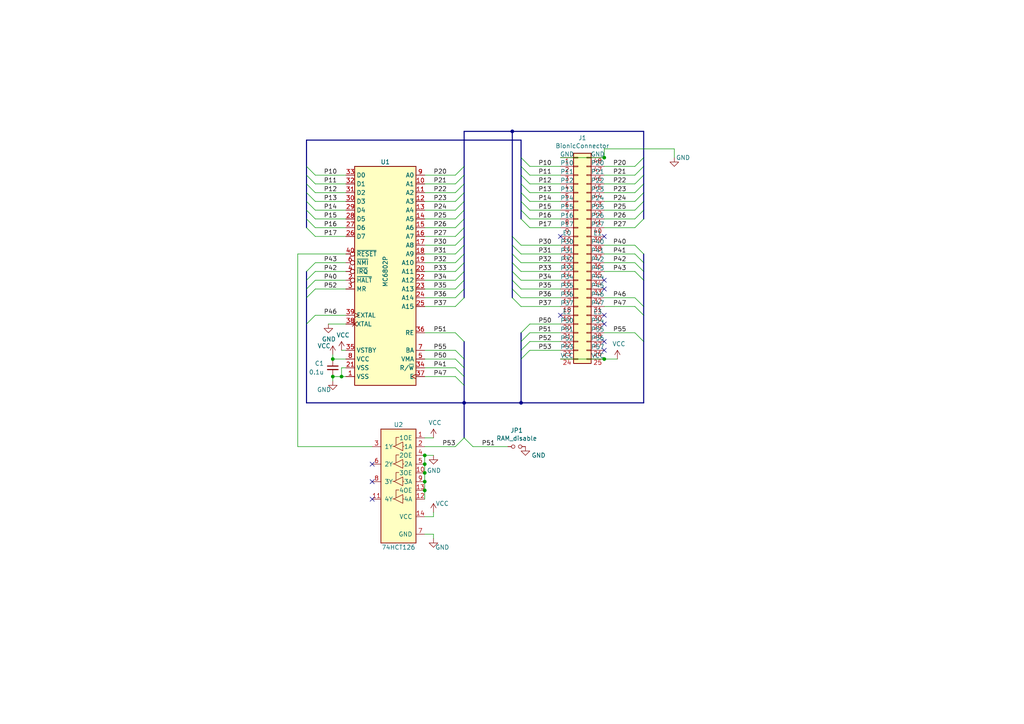
<source format=kicad_sch>
(kicad_sch (version 20211123) (generator eeschema)
  (paper "A4")
  (title_block (title "BionicMC6802 Mezzanine") (date "2022-01-18") (rev "2") (company "Tadashi G. Takaoka"))
  (lib_symbols
    (symbol "0-LocalLibrary:74HCT126" (pin_names (offset 1.016))
      (property "Reference" "U" (at 0 16.51 0))
      (property "Value" "74HCT126" (at 0 -19.05 0))
      (symbol "74HCT126_0_1"
        (polyline (pts (xy -1.2954 10.2108) (xy -1.6002 10.2108)))
        (polyline (pts (xy 1.2954 10.2362) (xy 1.651 10.2362)))
        (polyline (pts (xy 0.7112 10.5664) (xy 0.7112 12.827) (xy -0.127 12.827) (xy -0.1016 12.827)))
      )
      (symbol "74HCT126_1_0"
        (polyline (pts (xy 1.27 10.2362) (xy -1.27 11.5062) (xy -1.27 8.9662) (xy 1.27 10.2362)) (stroke (width 0.1524)))
        (pin input line (at -7.62 12.7 0) (length 2.54) (name "1OE") (number "1"))
        (pin input line (at -7.62 2.54 0) (length 2.54) (name "3OE") (number "10"))
        (pin tri_state line (at 7.62 -5.08 180) (length 2.54) (name "4Y") (number "11"))
        (pin input line (at -7.62 -5.08 0) (length 2.54) (name "4A") (number "12"))
        (pin input line (at -7.62 -2.54 0) (length 2.54) (name "4OE") (number "13"))
        (pin power_in line (at -7.62 -10.16 0) (length 2.54) (name "VCC") (number "14"))
        (pin input line (at -7.62 10.16 0) (length 2.54) (name "1A") (number "2"))
        (pin tri_state line (at 7.62 10.16 180) (length 2.54) (name "1Y") (number "3"))
        (pin input line (at -7.62 7.62 0) (length 2.54) (name "2OE") (number "4"))
        (pin input line (at -7.62 5.08 0) (length 2.54) (name "2A") (number "5"))
        (pin tri_state line (at 7.62 5.08 180) (length 2.54) (name "2Y") (number "6"))
        (pin power_in line (at -7.62 -15.24 0) (length 2.54) (name "GND") (number "7"))
        (pin tri_state line (at 7.62 0 180) (length 2.54) (name "3Y") (number "8"))
        (pin input line (at -7.62 0 0) (length 2.54) (name "3A") (number "9"))
      )
      (symbol "74HCT126_1_1"
        (rectangle (start -5.08 15.24) (end 5.08 -17.78) (stroke (width 0.254)) (fill (type background)))
        (polyline (pts (xy -1.2954 -5.0292) (xy -1.6002 -5.0292)))
        (polyline (pts (xy -1.2954 0.0508) (xy -1.6002 0.0508)))
        (polyline (pts (xy -1.2954 5.1308) (xy -1.6002 5.1308)))
        (polyline (pts (xy 1.2954 -5.0038) (xy 1.651 -5.0038)))
        (polyline (pts (xy 1.2954 0.0762) (xy 1.651 0.0762)))
        (polyline (pts (xy 1.2954 5.1562) (xy 1.651 5.1562)))
        (polyline (pts (xy 0.7112 -4.6736) (xy 0.7112 -2.413) (xy -0.127 -2.413) (xy -0.1016 -2.413)))
        (polyline (pts (xy 0.7112 0.4064) (xy 0.7112 2.667) (xy -0.127 2.667) (xy -0.1016 2.667)))
        (polyline (pts (xy 0.7112 5.4864) (xy 0.7112 7.747) (xy -0.127 7.747) (xy -0.1016 7.747)))
        (polyline (pts (xy 1.27 -5.0038) (xy -1.27 -3.7338) (xy -1.27 -6.2738) (xy 1.27 -5.0038)) (stroke (width 0.1524)))
        (polyline (pts (xy 1.27 0.0762) (xy -1.27 1.3462) (xy -1.27 -1.1938) (xy 1.27 0.0762)) (stroke (width 0.1524)))
        (polyline (pts (xy 1.27 5.1562) (xy -1.27 6.4262) (xy -1.27 3.8862) (xy 1.27 5.1562)) (stroke (width 0.1524)))
      )
    )
    (symbol "0-LocalLibrary:BionicConnector" (pin_names (offset 0))
      (property "Reference" "J" (at 1.27 30.48 0))
      (property "Value" "BionicConnector" (at 3.81 33.02 0))
      (symbol "BionicConnector_1_1"
        (rectangle (start -1.27 -30.353) (end 0 -30.607) (stroke (width 0.1524)))
        (rectangle (start -1.27 -27.813) (end 0 -28.067) (stroke (width 0.1524)))
        (rectangle (start -1.27 -25.273) (end 0 -25.527) (stroke (width 0.1524)))
        (rectangle (start -1.27 -22.733) (end 0 -22.987) (stroke (width 0.1524)))
        (rectangle (start -1.27 -20.193) (end 0 -20.447) (stroke (width 0.1524)))
        (rectangle (start -1.27 -17.653) (end 0 -17.907) (stroke (width 0.1524)))
        (rectangle (start -1.27 -15.113) (end 0 -15.367) (stroke (width 0.1524)))
        (rectangle (start -1.27 -12.573) (end 0 -12.827) (stroke (width 0.1524)))
        (rectangle (start -1.27 -10.033) (end 0 -10.287) (stroke (width 0.1524)))
        (rectangle (start -1.27 -7.493) (end 0 -7.747) (stroke (width 0.1524)))
        (rectangle (start -1.27 -4.953) (end 0 -5.207) (stroke (width 0.1524)))
        (rectangle (start -1.27 -2.413) (end 0 -2.667) (stroke (width 0.1524)))
        (rectangle (start -1.27 0.127) (end 0 -0.127) (stroke (width 0.1524)))
        (rectangle (start -1.27 2.667) (end 0 2.413) (stroke (width 0.1524)))
        (rectangle (start -1.27 5.207) (end 0 4.953) (stroke (width 0.1524)))
        (rectangle (start -1.27 7.747) (end 0 7.493) (stroke (width 0.1524)))
        (rectangle (start -1.27 10.287) (end 0 10.033) (stroke (width 0.1524)))
        (rectangle (start -1.27 12.827) (end 0 12.573) (stroke (width 0.1524)))
        (rectangle (start -1.27 15.367) (end 0 15.113) (stroke (width 0.1524)))
        (rectangle (start -1.27 17.907) (end 0 17.653) (stroke (width 0.1524)))
        (rectangle (start -1.27 20.447) (end 0 20.193) (stroke (width 0.1524)))
        (rectangle (start -1.27 22.987) (end 0 22.733) (stroke (width 0.1524)))
        (rectangle (start -1.27 25.527) (end 0 25.273) (stroke (width 0.1524)))
        (rectangle (start -1.27 28.067) (end 0 27.813) (stroke (width 0.1524)))
        (rectangle (start -1.27 29.21) (end 3.81 -31.75) (stroke (width 0.254)) (fill (type background)))
        (rectangle (start 3.81 -30.353) (end 2.54 -30.607) (stroke (width 0.1524)))
        (rectangle (start 3.81 -27.813) (end 2.54 -28.067) (stroke (width 0.1524)))
        (rectangle (start 3.81 -25.273) (end 2.54 -25.527) (stroke (width 0.1524)))
        (rectangle (start 3.81 -22.733) (end 2.54 -22.987) (stroke (width 0.1524)))
        (rectangle (start 3.81 -20.193) (end 2.54 -20.447) (stroke (width 0.1524)))
        (rectangle (start 3.81 -17.653) (end 2.54 -17.907) (stroke (width 0.1524)))
        (rectangle (start 3.81 -15.113) (end 2.54 -15.367) (stroke (width 0.1524)))
        (rectangle (start 3.81 -12.573) (end 2.54 -12.827) (stroke (width 0.1524)))
        (rectangle (start 3.81 -10.033) (end 2.54 -10.287) (stroke (width 0.1524)))
        (rectangle (start 3.81 -7.493) (end 2.54 -7.747) (stroke (width 0.1524)))
        (rectangle (start 3.81 -4.953) (end 2.54 -5.207) (stroke (width 0.1524)))
        (rectangle (start 3.81 -2.413) (end 2.54 -2.667) (stroke (width 0.1524)))
        (rectangle (start 3.81 0.127) (end 2.54 -0.127) (stroke (width 0.1524)))
        (rectangle (start 3.81 2.667) (end 2.54 2.413) (stroke (width 0.1524)))
        (rectangle (start 3.81 5.207) (end 2.54 4.953) (stroke (width 0.1524)))
        (rectangle (start 3.81 7.747) (end 2.54 7.493) (stroke (width 0.1524)))
        (rectangle (start 3.81 10.287) (end 2.54 10.033) (stroke (width 0.1524)))
        (rectangle (start 3.81 12.827) (end 2.54 12.573) (stroke (width 0.1524)))
        (rectangle (start 3.81 15.367) (end 2.54 15.113) (stroke (width 0.1524)))
        (rectangle (start 3.81 17.907) (end 2.54 17.653) (stroke (width 0.1524)))
        (rectangle (start 3.81 20.447) (end 2.54 20.193) (stroke (width 0.1524)))
        (rectangle (start 3.81 22.987) (end 2.54 22.733) (stroke (width 0.1524)))
        (rectangle (start 3.81 25.527) (end 2.54 25.273) (stroke (width 0.1524)))
        (rectangle (start 3.81 28.067) (end 2.54 27.813) (stroke (width 0.1524)))
        (pin power_out line (at -5.08 27.94 0) (length 3.81) (name "GND") (number "1"))
        (pin bidirectional line (at -5.08 5.08 0) (length 3.81) (name "E0") (number "10"))
        (pin bidirectional line (at -5.08 2.54 0) (length 3.81) (name "P30") (number "11"))
        (pin bidirectional line (at -5.08 0 0) (length 3.81) (name "P31") (number "12"))
        (pin bidirectional line (at -5.08 -2.54 0) (length 3.81) (name "P32") (number "13"))
        (pin bidirectional line (at -5.08 -5.08 0) (length 3.81) (name "P33") (number "14"))
        (pin bidirectional line (at -5.08 -7.62 0) (length 3.81) (name "P34") (number "15"))
        (pin bidirectional line (at -5.08 -10.16 0) (length 3.81) (name "P35") (number "16"))
        (pin bidirectional line (at -5.08 -12.7 0) (length 3.81) (name "P36") (number "17"))
        (pin bidirectional line (at -5.08 -15.24 0) (length 3.81) (name "P37") (number "18"))
        (pin bidirectional line (at -5.08 -17.78 0) (length 3.81) (name "E2") (number "19"))
        (pin bidirectional line (at -5.08 25.4 0) (length 3.81) (name "P10") (number "2"))
        (pin bidirectional line (at -5.08 -20.32 0) (length 3.81) (name "P50") (number "20"))
        (pin bidirectional line (at -5.08 -22.86 0) (length 3.81) (name "P51") (number "21"))
        (pin bidirectional line (at -5.08 -25.4 0) (length 3.81) (name "P52") (number "22"))
        (pin bidirectional line (at -5.08 -27.94 0) (length 3.81) (name "P53") (number "23"))
        (pin power_out line (at -5.08 -30.48 0) (length 3.81) (name "VCC") (number "24"))
        (pin power_in line (at 7.62 -30.48 180) (length 3.81) (name "VCC") (number "25"))
        (pin bidirectional line (at 7.62 -27.94 180) (length 3.81) (name "P57") (number "26"))
        (pin bidirectional line (at 7.62 -25.4 180) (length 3.81) (name "P56") (number "27"))
        (pin bidirectional line (at 7.62 -22.86 180) (length 3.81) (name "P55") (number "28"))
        (pin bidirectional line (at 7.62 -20.32 180) (length 3.81) (name "P54") (number "29"))
        (pin bidirectional line (at -5.08 22.86 0) (length 3.81) (name "P11") (number "3"))
        (pin bidirectional line (at 7.62 -17.78 180) (length 3.81) (name "E3") (number "30"))
        (pin bidirectional line (at 7.62 -15.24 180) (length 3.81) (name "P47") (number "31"))
        (pin bidirectional line (at 7.62 -12.7 180) (length 3.81) (name "P46") (number "32"))
        (pin bidirectional line (at 7.62 -10.16 180) (length 3.81) (name "P45") (number "33"))
        (pin bidirectional line (at 7.62 -7.62 180) (length 3.81) (name "P44") (number "34"))
        (pin bidirectional line (at 7.62 -5.08 180) (length 3.81) (name "P43") (number "35"))
        (pin bidirectional line (at 7.62 -2.54 180) (length 3.81) (name "P42") (number "36"))
        (pin bidirectional line (at 7.62 0 180) (length 3.81) (name "P41") (number "37"))
        (pin bidirectional line (at 7.62 2.54 180) (length 3.81) (name "P40") (number "38"))
        (pin bidirectional line (at 7.62 5.08 180) (length 3.81) (name "E1") (number "39"))
        (pin bidirectional line (at -5.08 20.32 0) (length 3.81) (name "P12") (number "4"))
        (pin bidirectional line (at 7.62 7.62 180) (length 3.81) (name "P27") (number "40"))
        (pin bidirectional line (at 7.62 10.16 180) (length 3.81) (name "P26") (number "41"))
        (pin bidirectional line (at 7.62 12.7 180) (length 3.81) (name "P25") (number "42"))
        (pin bidirectional line (at 7.62 15.24 180) (length 3.81) (name "P24") (number "43"))
        (pin bidirectional line (at 7.62 17.78 180) (length 3.81) (name "P23") (number "44"))
        (pin bidirectional line (at 7.62 20.32 180) (length 3.81) (name "P22") (number "45"))
        (pin bidirectional line (at 7.62 22.86 180) (length 3.81) (name "P21") (number "46"))
        (pin bidirectional line (at 7.62 25.4 180) (length 3.81) (name "P20") (number "47"))
        (pin power_in line (at 7.62 27.94 180) (length 3.81) (name "GND") (number "48"))
        (pin bidirectional line (at -5.08 17.78 0) (length 3.81) (name "P13") (number "5"))
        (pin bidirectional line (at -5.08 15.24 0) (length 3.81) (name "P14") (number "6"))
        (pin bidirectional line (at -5.08 12.7 0) (length 3.81) (name "P15") (number "7"))
        (pin bidirectional line (at -5.08 10.16 0) (length 3.81) (name "P16") (number "8"))
        (pin bidirectional line (at -5.08 7.62 0) (length 3.81) (name "P17") (number "9"))
      )
    )
    (symbol "0-LocalLibrary:MC6802P"
      (property "Reference" "U" (at -1.27 31.75 0))
      (property "Value" "MC6802P" (at 0 -3.81 90))
      (symbol "MC6802P_0_1"
        (rectangle (start -8.89 -33.02) (end 8.89 30.48) (stroke (width 0.254)) (fill (type background)))
      )
      (symbol "MC6802P_1_1"
        (pin power_in line (at -11.43 -30.48 0) (length 2.54) (name "VSS") (number "1"))
        (pin output line (at 11.43 25.4 180) (length 2.54) (name "A1") (number "10"))
        (pin output line (at 11.43 22.86 180) (length 2.54) (name "A2") (number "11"))
        (pin output line (at 11.43 20.32 180) (length 2.54) (name "A3") (number "12"))
        (pin output line (at 11.43 17.78 180) (length 2.54) (name "A4") (number "13"))
        (pin output line (at 11.43 15.24 180) (length 2.54) (name "A5") (number "14"))
        (pin output line (at 11.43 12.7 180) (length 2.54) (name "A6") (number "15"))
        (pin output line (at 11.43 10.16 180) (length 2.54) (name "A7") (number "16"))
        (pin output line (at 11.43 7.62 180) (length 2.54) (name "A8") (number "17"))
        (pin output line (at 11.43 5.08 180) (length 2.54) (name "A9") (number "18"))
        (pin output line (at 11.43 2.54 180) (length 2.54) (name "A10") (number "19"))
        (pin input inverted (at -11.43 -2.54 0) (length 2.54) (name "~{HALT}") (number "2"))
        (pin output line (at 11.43 0 180) (length 2.54) (name "A11") (number "20"))
        (pin power_in line (at -11.43 -27.94 0) (length 2.54) (name "VSS") (number "21"))
        (pin output line (at 11.43 -2.54 180) (length 2.54) (name "A12") (number "22"))
        (pin output line (at 11.43 -5.08 180) (length 2.54) (name "A13") (number "23"))
        (pin output line (at 11.43 -7.62 180) (length 2.54) (name "A14") (number "24"))
        (pin output line (at 11.43 -10.16 180) (length 2.54) (name "A15") (number "25"))
        (pin bidirectional line (at -11.43 10.16 0) (length 2.54) (name "D7") (number "26"))
        (pin bidirectional line (at -11.43 12.7 0) (length 2.54) (name "D6") (number "27"))
        (pin bidirectional line (at -11.43 15.24 0) (length 2.54) (name "D5") (number "28"))
        (pin bidirectional line (at -11.43 17.78 0) (length 2.54) (name "D4") (number "29"))
        (pin input line (at -11.43 -5.08 0) (length 2.54) (name "MR") (number "3"))
        (pin bidirectional line (at -11.43 20.32 0) (length 2.54) (name "D3") (number "30"))
        (pin bidirectional line (at -11.43 22.86 0) (length 2.54) (name "D2") (number "31"))
        (pin bidirectional line (at -11.43 25.4 0) (length 2.54) (name "D1") (number "32"))
        (pin bidirectional line (at -11.43 27.94 0) (length 2.54) (name "D0") (number "33"))
        (pin output line (at 11.43 -27.94 180) (length 2.54) (name "R/~{W}") (number "34"))
        (pin power_in line (at -11.43 -22.86 0) (length 2.54) (name "VSTBY") (number "35"))
        (pin input line (at 11.43 -17.78 180) (length 2.54) (name "RE") (number "36"))
        (pin output clock (at 11.43 -30.48 180) (length 2.54) (name "E") (number "37"))
        (pin passive non_logic (at -11.43 -15.24 0) (length 2.54) (name "XTAL") (number "38"))
        (pin input clock (at -11.43 -12.7 0) (length 2.54) (name "EXTAL") (number "39"))
        (pin input inverted (at -11.43 0 0) (length 2.54) (name "~{IRQ}") (number "4"))
        (pin input inverted (at -11.43 5.08 0) (length 2.54) (name "~{RESET}") (number "40"))
        (pin output line (at 11.43 -25.4 180) (length 2.54) (name "VMA") (number "5"))
        (pin input inverted (at -11.43 2.54 0) (length 2.54) (name "~{NMI}") (number "6"))
        (pin output line (at 11.43 -22.86 180) (length 2.54) (name "BA") (number "7"))
        (pin power_in line (at -11.43 -25.4 0) (length 2.54) (name "VCC") (number "8"))
        (pin output line (at 11.43 27.94 180) (length 2.54) (name "A0") (number "9"))
      )
    )
    (symbol "Device:C_Small" (pin_numbers hide) (pin_names (offset 0.254) hide)
      (property "Reference" "C" (at 0.254 1.778 0))
      (property "Value" "C_Small" (at 0.254 -2.032 0))
      (symbol "C_Small_0_1"
        (polyline (pts (xy -1.524 -0.508) (xy 1.524 -0.508)) (stroke (width 0.3302)))
        (polyline (pts (xy -1.524 0.508) (xy 1.524 0.508)) (stroke (width 0.3048)))
      )
      (symbol "C_Small_1_1"
        (pin passive line (at 0 2.54 270) (length 2.032) (name "~") (number "1"))
        (pin passive line (at 0 -2.54 90) (length 2.032) (name "~") (number "2"))
      )
    )
    (symbol "Device:Jumper_NO_Small" (pin_numbers hide) (pin_names (offset 0.762) hide)
      (property "Reference" "JP" (at 0 2.032 0))
      (property "Value" "Device_Jumper_NO_Small" (at 0.254 -1.524 0))
      (symbol "Jumper_NO_Small_0_1"
        (circle (center -1.016 0) (radius 0.508))
        (circle (center 1.016 0) (radius 0.508))
        (pin passive line (at -2.54 0 0) (length 1.016) (name "1") (number "1"))
        (pin passive line (at 2.54 0 180) (length 1.016) (name "2") (number "2"))
      )
    )
    (symbol "power:GND" (power) (pin_names (offset 0))
      (property "Value" "GND" (at 0 -3.81 0))
      (symbol "GND_0_1"
        (polyline (pts (xy 0 0) (xy 0 -1.27) (xy 1.27 -1.27) (xy 0 -2.54) (xy -1.27 -1.27) (xy 0 -1.27)))
      )
      (symbol "GND_1_1"
        (pin power_in line (at 0 0 270) (length 0) hide (name "GND") (number "1"))
      )
    )
    (symbol "power:VCC" (power) (pin_names (offset 0))
      (property "Value" "VCC" (at 0 3.81 0))
      (symbol "VCC_0_1"
        (polyline (pts (xy -0.762 1.27) (xy 0 2.54)))
        (polyline (pts (xy 0 0) (xy 0 2.54)))
        (polyline (pts (xy 0 2.54) (xy 0.762 1.27)))
      )
      (symbol "VCC_1_1"
        (pin power_in line (at 0 0 90) (length 0) hide (name "VCC") (number "1"))
      )
    )
  )
  (junction (at 148.59 38.1))
  (junction (at 96.52 109.22))
  (junction (at 123.19 139.7))
  (junction (at 123.19 134.62))
  (junction (at 151.13 116.84))
  (junction (at 123.19 142.24))
  (junction (at 134.62 116.84))
  (junction (at 175.26 104.14))
  (junction (at 99.06 109.22))
  (junction (at 96.52 104.14))
  (junction (at 175.26 45.72))
  (junction (at 123.19 132.08))
  (junction (at 123.19 137.16))
  (no_connect (at 175.26 101.6))
  (no_connect (at 175.26 93.98))
  (no_connect (at 175.26 68.58))
  (no_connect (at 175.26 81.28))
  (no_connect (at 175.26 91.44))
  (no_connect (at 175.26 99.06))
  (no_connect (at 107.95 144.78))
  (no_connect (at 107.95 139.7))
  (no_connect (at 107.95 134.62))
  (no_connect (at 175.26 83.82))
  (no_connect (at 162.56 68.58))
  (no_connect (at 162.56 91.44))
  (bus_entry (at 153.67 93.98) (size -2.54 2.54))
  (bus_entry (at 186.69 53.34) (size -2.54 2.54))
  (bus_entry (at 153.67 55.88) (size -2.54 -2.54))
  (bus_entry (at 151.13 71.12) (size -2.54 -2.54))
  (bus_entry (at 148.59 86.36) (size 2.54 2.54))
  (bus_entry (at 91.44 78.74) (size -2.54 2.54))
  (bus_entry (at 184.15 73.66) (size 2.54 2.54))
  (bus_entry (at 153.67 99.06) (size -2.54 2.54))
  (bus_entry (at 184.15 78.74) (size 2.54 2.54))
  (bus_entry (at 132.08 81.28) (size 2.54 -2.54))
  (bus_entry (at 153.67 60.96) (size -2.54 -2.54))
  (bus_entry (at 148.59 83.82) (size 2.54 2.54))
  (bus_entry (at 186.69 50.8) (size -2.54 2.54))
  (bus_entry (at 132.08 86.36) (size 2.54 -2.54))
  (bus_entry (at 132.08 96.52) (size 2.54 2.54))
  (bus_entry (at 132.08 76.2) (size 2.54 -2.54))
  (bus_entry (at 132.08 73.66) (size 2.54 -2.54))
  (bus_entry (at 91.44 81.28) (size -2.54 2.54))
  (bus_entry (at 91.44 91.44) (size -2.54 2.54))
  (bus_entry (at 134.62 50.8) (size -2.54 2.54))
  (bus_entry (at 153.67 96.52) (size -2.54 2.54))
  (bus_entry (at 153.67 101.6) (size -2.54 2.54))
  (bus_entry (at 184.15 86.36) (size 2.54 2.54))
  (bus_entry (at 153.67 50.8) (size -2.54 -2.54))
  (bus_entry (at 134.62 127) (size -2.54 2.54))
  (bus_entry (at 186.69 58.42) (size -2.54 2.54))
  (bus_entry (at 132.08 71.12) (size 2.54 -2.54))
  (bus_entry (at 132.08 104.14) (size 2.54 2.54))
  (bus_entry (at 91.44 68.58) (size -2.54 -2.54))
  (bus_entry (at 134.62 63.5) (size -2.54 2.54))
  (bus_entry (at 134.62 48.26) (size -2.54 2.54))
  (bus_entry (at 148.59 81.28) (size 2.54 2.54))
  (bus_entry (at 153.67 58.42) (size -2.54 -2.54))
  (bus_entry (at 134.62 66.04) (size -2.54 2.54))
  (bus_entry (at 186.69 48.26) (size -2.54 2.54))
  (bus_entry (at 91.44 76.2) (size -2.54 2.54))
  (bus_entry (at 91.44 60.96) (size -2.54 -2.54))
  (bus_entry (at 153.67 48.26) (size -2.54 -2.54))
  (bus_entry (at 132.08 106.68) (size 2.54 2.54))
  (bus_entry (at 134.62 60.96) (size -2.54 2.54))
  (bus_entry (at 91.44 58.42) (size -2.54 -2.54))
  (bus_entry (at 132.08 109.22) (size 2.54 2.54))
  (bus_entry (at 184.15 96.52) (size 2.54 2.54))
  (bus_entry (at 186.69 60.96) (size -2.54 2.54))
  (bus_entry (at 91.44 53.34) (size -2.54 -2.54))
  (bus_entry (at 134.62 58.42) (size -2.54 2.54))
  (bus_entry (at 91.44 55.88) (size -2.54 -2.54))
  (bus_entry (at 186.69 63.5) (size -2.54 2.54))
  (bus_entry (at 148.59 76.2) (size 2.54 2.54))
  (bus_entry (at 91.44 50.8) (size -2.54 -2.54))
  (bus_entry (at 91.44 63.5) (size -2.54 -2.54))
  (bus_entry (at 132.08 83.82) (size 2.54 -2.54))
  (bus_entry (at 134.62 127) (size 2.54 2.54))
  (bus_entry (at 153.67 66.04) (size -2.54 -2.54))
  (bus_entry (at 186.69 55.88) (size -2.54 2.54))
  (bus_entry (at 184.15 76.2) (size 2.54 2.54))
  (bus_entry (at 153.67 63.5) (size -2.54 -2.54))
  (bus_entry (at 91.44 83.82) (size -2.54 2.54))
  (bus_entry (at 132.08 101.6) (size 2.54 2.54))
  (bus_entry (at 132.08 88.9) (size 2.54 -2.54))
  (bus_entry (at 153.67 53.34) (size -2.54 -2.54))
  (bus_entry (at 132.08 78.74) (size 2.54 -2.54))
  (bus_entry (at 134.62 53.34) (size -2.54 2.54))
  (bus_entry (at 148.59 78.74) (size 2.54 2.54))
  (bus_entry (at 184.15 88.9) (size 2.54 2.54))
  (bus_entry (at 186.69 45.72) (size -2.54 2.54))
  (bus_entry (at 148.59 73.66) (size 2.54 2.54))
  (bus_entry (at 134.62 55.88) (size -2.54 2.54))
  (bus_entry (at 148.59 71.12) (size 2.54 2.54))
  (bus_entry (at 184.15 71.12) (size 2.54 2.54))
  (bus_entry (at 91.44 66.04) (size -2.54 -2.54))
  (wire (pts (xy 100.33 66.04) (xy 91.44 66.04)))
  (bus (pts (xy 148.59 83.82) (xy 148.59 86.36)))
  (bus (pts (xy 148.59 78.74) (xy 148.59 81.28)))
  (wire (pts (xy 123.19 101.6) (xy 132.08 101.6)))
  (wire (pts (xy 162.56 73.66) (xy 151.13 73.66)))
  (bus (pts (xy 151.13 101.6) (xy 151.13 104.14)))
  (wire (pts (xy 137.16 129.54) (xy 147.32 129.54)))
  (wire (pts (xy 162.56 81.28) (xy 151.13 81.28)))
  (wire (pts (xy 99.06 101.6) (xy 100.33 101.6)))
  (bus (pts (xy 134.62 73.66) (xy 134.62 76.2)))
  (bus (pts (xy 186.69 38.1) (xy 186.69 45.72)))
  (bus (pts (xy 151.13 99.06) (xy 151.13 101.6)))
  (wire (pts (xy 123.19 104.14) (xy 132.08 104.14)))
  (wire (pts (xy 123.19 96.52) (xy 132.08 96.52)))
  (wire (pts (xy 123.19 109.22) (xy 132.08 109.22)))
  (wire (pts (xy 162.56 58.42) (xy 153.67 58.42)))
  (wire (pts (xy 132.08 106.68) (xy 123.19 106.68)))
  (bus (pts (xy 88.9 40.64) (xy 151.13 40.64)))
  (wire (pts (xy 175.26 43.18) (xy 175.26 45.72)))
  (wire (pts (xy 123.19 144.78) (xy 123.19 142.24)))
  (bus (pts (xy 134.62 68.58) (xy 134.62 71.12)))
  (bus (pts (xy 134.62 48.26) (xy 134.62 50.8)))
  (wire (pts (xy 100.33 68.58) (xy 91.44 68.58)))
  (bus (pts (xy 186.69 78.74) (xy 186.69 81.28)))
  (wire (pts (xy 175.26 76.2) (xy 184.15 76.2)))
  (wire (pts (xy 175.26 53.34) (xy 184.15 53.34)))
  (bus (pts (xy 148.59 38.1) (xy 148.59 68.58)))
  (wire (pts (xy 123.19 60.96) (xy 132.08 60.96)))
  (bus (pts (xy 148.59 71.12) (xy 148.59 73.66)))
  (wire (pts (xy 96.52 104.14) (xy 96.52 102.87)))
  (wire (pts (xy 162.56 101.6) (xy 153.67 101.6)))
  (wire (pts (xy 123.19 71.12) (xy 132.08 71.12)))
  (bus (pts (xy 134.62 76.2) (xy 134.62 78.74)))
  (bus (pts (xy 88.9 93.98) (xy 88.9 116.84)))
  (bus (pts (xy 134.62 58.42) (xy 134.62 60.96)))
  (bus (pts (xy 151.13 104.14) (xy 151.13 116.84)))
  (wire (pts (xy 162.56 63.5) (xy 153.67 63.5)))
  (wire (pts (xy 162.56 76.2) (xy 151.13 76.2)))
  (wire (pts (xy 175.26 63.5) (xy 184.15 63.5)))
  (bus (pts (xy 134.62 78.74) (xy 134.62 81.28)))
  (wire (pts (xy 123.19 142.24) (xy 123.19 139.7)))
  (wire (pts (xy 162.56 99.06) (xy 153.67 99.06)))
  (wire (pts (xy 162.56 96.52) (xy 153.67 96.52)))
  (wire (pts (xy 100.33 81.28) (xy 91.44 81.28)))
  (wire (pts (xy 175.26 71.12) (xy 184.15 71.12)))
  (wire (pts (xy 162.56 55.88) (xy 153.67 55.88)))
  (bus (pts (xy 186.69 58.42) (xy 186.69 60.96)))
  (wire (pts (xy 123.19 137.16) (xy 123.19 134.62)))
  (bus (pts (xy 148.59 73.66) (xy 148.59 76.2)))
  (wire (pts (xy 100.33 53.34) (xy 91.44 53.34)))
  (wire (pts (xy 96.52 104.14) (xy 100.33 104.14)))
  (wire (pts (xy 175.26 50.8) (xy 184.15 50.8)))
  (wire (pts (xy 99.06 109.22) (xy 100.33 109.22)))
  (wire (pts (xy 91.44 76.2) (xy 100.33 76.2)))
  (bus (pts (xy 134.62 38.1) (xy 134.62 48.26)))
  (wire (pts (xy 123.19 132.08) (xy 123.19 134.62)))
  (wire (pts (xy 123.19 58.42) (xy 132.08 58.42)))
  (bus (pts (xy 88.9 116.84) (xy 134.62 116.84)))
  (bus (pts (xy 186.69 99.06) (xy 186.69 116.84)))
  (wire (pts (xy 162.56 53.34) (xy 153.67 53.34)))
  (bus (pts (xy 148.59 81.28) (xy 148.59 83.82)))
  (wire (pts (xy 123.19 63.5) (xy 132.08 63.5)))
  (wire (pts (xy 95.25 93.98) (xy 100.33 93.98)))
  (bus (pts (xy 88.9 50.8) (xy 88.9 53.34)))
  (bus (pts (xy 134.62 104.14) (xy 134.62 106.68)))
  (wire (pts (xy 86.36 73.66) (xy 86.36 129.54)))
  (wire (pts (xy 123.19 55.88) (xy 132.08 55.88)))
  (bus (pts (xy 134.62 99.06) (xy 134.62 104.14)))
  (bus (pts (xy 151.13 40.64) (xy 151.13 45.72)))
  (bus (pts (xy 134.62 111.76) (xy 134.62 116.84)))
  (wire (pts (xy 175.26 78.74) (xy 184.15 78.74)))
  (wire (pts (xy 91.44 91.44) (xy 100.33 91.44)))
  (wire (pts (xy 123.19 53.34) (xy 132.08 53.34)))
  (wire (pts (xy 86.36 73.66) (xy 100.33 73.66)))
  (bus (pts (xy 88.9 81.28) (xy 88.9 83.82)))
  (wire (pts (xy 123.19 50.8) (xy 132.08 50.8)))
  (bus (pts (xy 186.69 60.96) (xy 186.69 63.5)))
  (wire (pts (xy 151.13 88.9) (xy 162.56 88.9)))
  (bus (pts (xy 148.59 76.2) (xy 148.59 78.74)))
  (bus (pts (xy 134.62 50.8) (xy 134.62 53.34)))
  (bus (pts (xy 134.62 109.22) (xy 134.62 111.76)))
  (wire (pts (xy 125.73 149.86) (xy 125.73 148.59)))
  (wire (pts (xy 162.56 48.26) (xy 153.67 48.26)))
  (bus (pts (xy 134.62 60.96) (xy 134.62 63.5)))
  (bus (pts (xy 151.13 55.88) (xy 151.13 58.42)))
  (bus (pts (xy 88.9 58.42) (xy 88.9 60.96)))
  (bus (pts (xy 88.9 63.5) (xy 88.9 66.04)))
  (wire (pts (xy 162.56 50.8) (xy 153.67 50.8)))
  (bus (pts (xy 134.62 81.28) (xy 134.62 83.82)))
  (bus (pts (xy 186.69 81.28) (xy 186.69 88.9)))
  (bus (pts (xy 186.69 73.66) (xy 186.69 76.2)))
  (wire (pts (xy 175.26 86.36) (xy 184.15 86.36)))
  (wire (pts (xy 162.56 93.98) (xy 153.67 93.98)))
  (bus (pts (xy 134.62 63.5) (xy 134.62 66.04)))
  (wire (pts (xy 123.19 83.82) (xy 132.08 83.82)))
  (wire (pts (xy 123.19 127) (xy 125.73 127)))
  (bus (pts (xy 134.62 38.1) (xy 148.59 38.1)))
  (wire (pts (xy 100.33 58.42) (xy 91.44 58.42)))
  (wire (pts (xy 175.26 60.96) (xy 184.15 60.96)))
  (bus (pts (xy 186.69 55.88) (xy 186.69 58.42)))
  (bus (pts (xy 186.69 45.72) (xy 186.69 48.26)))
  (wire (pts (xy 123.19 129.54) (xy 132.08 129.54)))
  (wire (pts (xy 175.26 66.04) (xy 184.15 66.04)))
  (wire (pts (xy 151.13 86.36) (xy 162.56 86.36)))
  (bus (pts (xy 88.9 60.96) (xy 88.9 63.5)))
  (wire (pts (xy 123.19 66.04) (xy 132.08 66.04)))
  (wire (pts (xy 96.52 109.22) (xy 99.06 109.22)))
  (wire (pts (xy 175.26 88.9) (xy 184.15 88.9)))
  (bus (pts (xy 186.69 53.34) (xy 186.69 55.88)))
  (wire (pts (xy 100.33 50.8) (xy 91.44 50.8)))
  (bus (pts (xy 151.13 50.8) (xy 151.13 53.34)))
  (wire (pts (xy 123.19 68.58) (xy 132.08 68.58)))
  (wire (pts (xy 123.19 86.36) (xy 132.08 86.36)))
  (wire (pts (xy 123.19 78.74) (xy 132.08 78.74)))
  (bus (pts (xy 186.69 88.9) (xy 186.69 91.44)))
  (bus (pts (xy 88.9 83.82) (xy 88.9 86.36)))
  (bus (pts (xy 186.69 50.8) (xy 186.69 53.34)))
  (bus (pts (xy 134.62 83.82) (xy 134.62 86.36)))
  (wire (pts (xy 86.36 129.54) (xy 107.95 129.54)))
  (bus (pts (xy 134.62 55.88) (xy 134.62 58.42)))
  (wire (pts (xy 125.73 149.86) (xy 123.19 149.86)))
  (wire (pts (xy 175.26 104.14) (xy 179.07 104.14)))
  (bus (pts (xy 88.9 53.34) (xy 88.9 55.88)))
  (wire (pts (xy 123.19 132.08) (xy 125.73 132.08)))
  (wire (pts (xy 123.19 76.2) (xy 132.08 76.2)))
  (wire (pts (xy 175.26 73.66) (xy 184.15 73.66)))
  (wire (pts (xy 91.44 78.74) (xy 100.33 78.74)))
  (wire (pts (xy 100.33 83.82) (xy 91.44 83.82)))
  (wire (pts (xy 123.19 73.66) (xy 132.08 73.66)))
  (wire (pts (xy 100.33 106.68) (xy 99.06 106.68)))
  (bus (pts (xy 134.62 66.04) (xy 134.62 68.58)))
  (wire (pts (xy 175.26 58.42) (xy 184.15 58.42)))
  (wire (pts (xy 162.56 83.82) (xy 151.13 83.82)))
  (wire (pts (xy 123.19 139.7) (xy 123.19 137.16)))
  (wire (pts (xy 100.33 60.96) (xy 91.44 60.96)))
  (bus (pts (xy 134.62 116.84) (xy 151.13 116.84)))
  (wire (pts (xy 99.06 106.68) (xy 99.06 109.22)))
  (wire (pts (xy 162.56 45.72) (xy 175.26 45.72)))
  (bus (pts (xy 88.9 48.26) (xy 88.9 50.8)))
  (bus (pts (xy 151.13 45.72) (xy 151.13 48.26)))
  (wire (pts (xy 175.26 48.26) (xy 184.15 48.26)))
  (wire (pts (xy 162.56 66.04) (xy 153.67 66.04)))
  (bus (pts (xy 134.62 106.68) (xy 134.62 109.22)))
  (bus (pts (xy 186.69 91.44) (xy 186.69 99.06)))
  (wire (pts (xy 162.56 71.12) (xy 151.13 71.12)))
  (wire (pts (xy 175.26 43.18) (xy 195.58 43.18)))
  (bus (pts (xy 148.59 38.1) (xy 186.69 38.1)))
  (wire (pts (xy 195.58 43.18) (xy 195.58 45.72)))
  (bus (pts (xy 186.69 76.2) (xy 186.69 78.74)))
  (bus (pts (xy 88.9 78.74) (xy 88.9 81.28)))
  (wire (pts (xy 184.15 96.52) (xy 175.26 96.52)))
  (wire (pts (xy 96.52 110.49) (xy 96.52 109.22)))
  (bus (pts (xy 134.62 71.12) (xy 134.62 73.66)))
  (bus (pts (xy 186.69 48.26) (xy 186.69 50.8)))
  (wire (pts (xy 100.33 55.88) (xy 91.44 55.88)))
  (wire (pts (xy 125.73 156.21) (xy 125.73 154.94)))
  (wire (pts (xy 162.56 78.74) (xy 151.13 78.74)))
  (wire (pts (xy 123.19 81.28) (xy 132.08 81.28)))
  (bus (pts (xy 151.13 116.84) (xy 186.69 116.84)))
  (bus (pts (xy 88.9 40.64) (xy 88.9 48.26)))
  (bus (pts (xy 151.13 60.96) (xy 151.13 63.5)))
  (wire (pts (xy 100.33 63.5) (xy 91.44 63.5)))
  (bus (pts (xy 151.13 58.42) (xy 151.13 60.96)))
  (bus (pts (xy 148.59 68.58) (xy 148.59 71.12)))
  (bus (pts (xy 151.13 48.26) (xy 151.13 50.8)))
  (bus (pts (xy 151.13 96.52) (xy 151.13 99.06)))
  (wire (pts (xy 175.26 55.88) (xy 184.15 55.88)))
  (wire (pts (xy 162.56 60.96) (xy 153.67 60.96)))
  (bus (pts (xy 151.13 53.34) (xy 151.13 55.88)))
  (wire (pts (xy 123.19 88.9) (xy 132.08 88.9)))
  (bus (pts (xy 134.62 116.84) (xy 134.62 127)))
  (bus (pts (xy 88.9 86.36) (xy 88.9 93.98)))
  (wire (pts (xy 123.19 154.94) (xy 125.73 154.94)))
  (bus (pts (xy 88.9 55.88) (xy 88.9 58.42)))
  (bus (pts (xy 134.62 53.34) (xy 134.62 55.88)))
  (wire (pts (xy 162.56 104.14) (xy 175.26 104.14)))
  (label "P46" (at 97.79 91.44 180))
  (label "P30" (at 125.73 71.12 0))
  (label "P17" (at 97.79 68.58 180))
  (label "P16" (at 97.79 66.04 180))
  (label "P24" (at 125.73 60.96 0))
  (label "P50" (at 160.02 93.98 180))
  (label "P43" (at 177.8 78.74 0))
  (label "P50" (at 125.73 104.14 0))
  (label "P21" (at 177.8 50.8 0))
  (label "P11" (at 97.79 53.34 180))
  (label "P25" (at 177.8 60.96 0))
  (label "P37" (at 125.73 88.9 0))
  (label "P31" (at 125.73 73.66 0))
  (label "P34" (at 160.02 81.28 180))
  (label "P32" (at 160.02 76.2 180))
  (label "P13" (at 160.02 55.88 180))
  (label "P24" (at 177.8 58.42 0))
  (label "P34" (at 125.73 81.28 0))
  (label "P20" (at 125.73 50.8 0))
  (label "P14" (at 97.79 60.96 180))
  (label "P51" (at 160.02 96.52 180))
  (label "P41" (at 177.8 73.66 0))
  (label "P26" (at 125.73 66.04 0))
  (label "P23" (at 177.8 55.88 0))
  (label "P52" (at 160.02 99.06 180))
  (label "P15" (at 160.02 60.96 180))
  (label "P36" (at 160.02 86.36 180))
  (label "P27" (at 177.8 66.04 0))
  (label "P11" (at 160.02 50.8 180))
  (label "P27" (at 125.73 68.58 0))
  (label "P17" (at 160.02 66.04 180))
  (label "P31" (at 160.02 73.66 180))
  (label "P42" (at 177.8 76.2 0))
  (label "P23" (at 125.73 58.42 0))
  (label "P42" (at 97.79 78.74 180))
  (label "P41" (at 125.73 106.68 0))
  (label "P55" (at 125.73 101.6 0))
  (label "P10" (at 160.02 48.26 180))
  (label "P16" (at 160.02 63.5 180))
  (label "P10" (at 97.79 50.8 180))
  (label "P22" (at 125.73 55.88 0))
  (label "P12" (at 160.02 53.34 180))
  (label "P13" (at 97.79 58.42 180))
  (label "P53" (at 160.02 101.6 180))
  (label "P33" (at 160.02 78.74 180))
  (label "P36" (at 125.73 86.36 0))
  (label "P51" (at 125.73 96.52 0))
  (label "P51" (at 139.7 129.54 0))
  (label "P52" (at 97.79 83.82 180))
  (label "P46" (at 177.8 86.36 0))
  (label "P55" (at 177.8 96.52 0))
  (label "P35" (at 125.73 83.82 0))
  (label "P25" (at 125.73 63.5 0))
  (label "P20" (at 177.8 48.26 0))
  (label "P15" (at 97.79 63.5 180))
  (label "P32" (at 125.73 76.2 0))
  (label "P37" (at 160.02 88.9 180))
  (label "P53" (at 128.27 129.54 0))
  (label "P21" (at 125.73 53.34 0))
  (label "P35" (at 160.02 83.82 180))
  (label "P40" (at 97.79 81.28 180))
  (label "P12" (at 97.79 55.88 180))
  (label "P26" (at 177.8 63.5 0))
  (label "P33" (at 125.73 78.74 0))
  (label "P22" (at 177.8 53.34 0))
  (label "P14" (at 160.02 58.42 180))
  (label "P43" (at 97.79 76.2 180))
  (label "P30" (at 160.02 71.12 180))
  (label "P40" (at 177.8 71.12 0))
  (label "P47" (at 177.8 88.9 0))
  (label "P47" (at 125.73 109.22 0))
  (symbol (lib_id "power:VCC") (at -1352.55 -1136.65 0) (unit 1)
    (property "Reference" "#PWR01" (effects hide))
    (property "Value" "VCC" (at -1352.1182 -1141.0442 0))
  )
  (symbol (lib_id "power:VCC") (at 96.52 102.87 0) (mirror y) (unit 1)
    (property "Reference" "#PWR03" (effects hide))
    (property "Value" "VCC" (at 93.98 100.33 0))
  )
  (symbol (lib_id "power:GND") (at 96.52 110.49 0) (mirror y) (unit 1)
    (property "Reference" "#PWR04" (effects hide))
    (property "Value" "GND" (at 93.98 113.03 0))
  )
  (symbol (lib_id "Device:C_Small") (at 96.52 106.68 0) (mirror y) (unit 1)
    (property "Reference" "C1" (at 93.98 105.41 0) (effects (justify left)))
    (property "Value" "0.1u" (at 93.98 107.95 0) (effects (justify left)))
    (property "Footprint" "Capacitor_THT:C_Disc_D3.4mm_W2.1mm_P2.50mm" (effects hide))
  )
  (symbol (lib_id "0-LocalLibrary:74HCT126") (at 115.57 139.7 0) (mirror y) (unit 1)
    (property "Reference" "U2" (at 115.57 123.19 0))
    (property "Value" "74HCT126" (at 115.57 158.75 0))
    (property "Footprint" "Package_DIP:DIP-14_W7.62mm" (effects hide))
    (property "Datasheet" "https://www.ti.com/lit/ds/symlink/cd74hct126.pdf" (effects hide))
  )
  (symbol (lib_id "power:VCC") (at 125.73 148.59 0) (unit 1)
    (property "Reference" "#PWR07" (effects hide))
    (property "Value" "VCC" (at 128.27 146.05 0))
  )
  (symbol (lib_id "power:GND") (at 125.73 156.21 0) (unit 1)
    (property "Reference" "#PWR08" (effects hide))
    (property "Value" "GND" (at 128.27 158.75 0))
  )
  (symbol (lib_id "power:VCC") (at 125.73 127 0) (unit 1)
    (property "Reference" "#PWR02" (effects hide))
    (property "Value" "VCC" (at 126.1618 122.6058 0))
  )
  (symbol (lib_id "Device:Jumper_NO_Small") (at 149.86 129.54 0) (unit 1)
    (property "Reference" "JP1" (at 149.86 124.841 0))
    (property "Value" "RAM_disable" (at 149.86 127.1524 0))
    (property "Footprint" "Connector_PinHeader_2.54mm:PinHeader_1x02_P2.54mm_Vertical" (effects hide))
  )
  (symbol (lib_id "power:GND") (at 152.4 129.54 0) (unit 1)
    (property "Reference" "#PWR010" (effects hide))
    (property "Value" "GND" (at 156.21 132.08 0))
  )
  (symbol (lib_id "power:GND") (at 125.73 132.08 0) (unit 1)
    (property "Reference" "#PWR06" (effects hide))
    (property "Value" "GND" (at 125.857 136.4742 0))
  )
  (symbol (lib_id "power:GND") (at 195.58 45.72 0) (unit 1)
    (property "Reference" "#PWR0101" (effects hide))
    (property "Value" "GND" (at 198.12 45.72 0))
  )
  (symbol (lib_id "power:VCC") (at 179.07 104.14 0) (unit 1)
    (property "Reference" "#PWR0102" (effects hide))
    (property "Value" "VCC" (at 179.5018 99.7458 0))
  )
  (symbol (lib_id "power:GND") (at 95.25 93.98 0) (unit 1)
    (property "Reference" "#PWR05" (effects hide))
    (property "Value" "GND" (at 95.377 98.3742 0))
  )
  (symbol (lib_id "power:VCC") (at 99.06 101.6 0) (unit 1)
    (property "Reference" "#PWR09" (effects hide))
    (property "Value" "VCC" (at 99.4918 97.2058 0))
  )
  (symbol (lib_id "0-LocalLibrary:MC6802P") (at 111.76 78.74 0) (unit 1)
    (property "Reference" "U1" (at 111.76 46.99 0))
    (property "Value" "MC6802P" (at 111.76 78.74 90))
    (property "Footprint" "Package_DIP:DIP-40_W15.24mm" (effects hide))
    (property "Datasheet" "https://datasheetspdf.com/pdf-file/544765/Motorola/MC6802/1" (effects hide))
  )
  (symbol (lib_id "0-LocalLibrary:BionicConnector") (at 167.64 73.66 0) (unit 1)
    (property "Reference" "J1" (at 168.91 40.005 0))
    (property "Value" "BionicConnector" (at 168.91 42.3164 0))
    (property "Footprint" "0-LocalLibrary:DIP-48_W7.62mm" (effects hide))
    (property "Datasheet" "https://www.arieselec.com/wp-content/uploads/2020/02/10001-universal-dip-zif-test-socket.pdf" (effects hide))
  )
)
</source>
